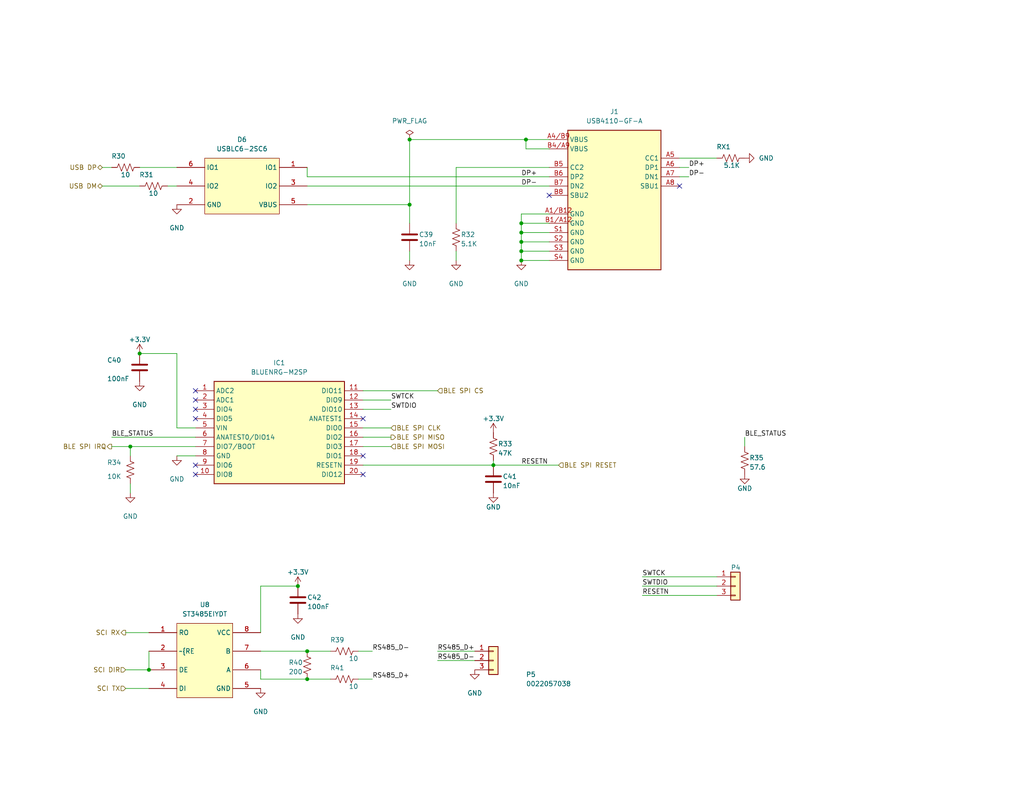
<source format=kicad_sch>
(kicad_sch (version 20231120) (generator "eeschema") (generator_version "8.0")
  (paper "A")
  (title_block (title "Advanced Motor Controller") (company "Electro Synthetics"))
  (lib_symbols
    (symbol "Connector_Generic:Conn_01x03" (pin_names (offset 1.016) hide)
      (property "Reference" "J" (at 0 5.08 0))
      (property "Value" "Conn_01x03" (at 0 -5.08 0))
      (symbol "Conn_01x03_1_1"
        (rectangle (start -1.27 -2.413) (end 0 -2.667) (stroke (width 0.1524)))
        (rectangle (start -1.27 0.127) (end 0 -0.127) (stroke (width 0.1524)))
        (rectangle (start -1.27 2.667) (end 0 2.413) (stroke (width 0.1524)))
        (rectangle (start -1.27 3.81) (end 1.27 -3.81) (stroke (width 0.254)) (fill (type background)))
        (pin passive line (at -5.08 2.54 0) (length 3.81) (name "Pin_1") (number "1"))
        (pin passive line (at -5.08 0 0) (length 3.81) (name "Pin_2") (number "2"))
        (pin passive line (at -5.08 -2.54 0) (length 3.81) (name "Pin_3") (number "3"))
      )
    )
    (symbol "Device:C" (pin_numbers hide) (pin_names (offset 0.254))
      (property "Reference" "C" (at 0.635 2.54 0))
      (property "Value" "C" (at 0.635 -2.54 0))
      (symbol "C_0_1"
        (polyline (pts (xy -2.032 -0.762) (xy 2.032 -0.762)) (stroke (width 0.508)))
        (polyline (pts (xy -2.032 0.762) (xy 2.032 0.762)) (stroke (width 0.508)))
      )
      (symbol "C_1_1"
        (pin passive line (at 0 3.81 270) (length 2.794) (name "~") (number "1"))
        (pin passive line (at 0 -3.81 90) (length 2.794) (name "~") (number "2"))
      )
    )
    (symbol "Device:R_US" (pin_numbers hide) (pin_names (offset 0))
      (property "Reference" "R" (at 2.54 0 90))
      (property "Value" "R_US" (at -2.54 0 90))
      (symbol "R_US_0_1"
        (polyline (pts (xy 0 -2.286) (xy 0 -2.54)))
        (polyline (pts (xy 0 2.286) (xy 0 2.54)))
        (polyline (pts (xy 0 -0.762) (xy 1.016 -1.143) (xy 0 -1.524) (xy -1.016 -1.905) (xy 0 -2.286)))
        (polyline (pts (xy 0 0.762) (xy 1.016 0.381) (xy 0 0) (xy -1.016 -0.381) (xy 0 -0.762)))
        (polyline (pts (xy 0 2.286) (xy 1.016 1.905) (xy 0 1.524) (xy -1.016 1.143) (xy 0 0.762)))
      )
      (symbol "R_US_1_1"
        (pin passive line (at 0 3.81 270) (length 1.27) (name "~") (number "1"))
        (pin passive line (at 0 -3.81 90) (length 1.27) (name "~") (number "2"))
      )
    )
    (symbol "User_Communications:BLUENRG-M2SP"
      (property "Reference" "U" (at 5.08 2.54 0))
      (property "Value" "BLUENRG-M2SP" (at 5.08 -27.94 0))
      (symbol "BLUENRG-M2SP_1_0"
        (rectangle (start 40.64 2.54) (end 5.08 -25.4) (stroke (width 0.254)) (fill (type background)))
        (pin passive line (at 0 0 0) (length 5.08) (name "ADC2") (number "1"))
        (pin passive line (at 0 -22.86 0) (length 5.08) (name "DIO8") (number "10"))
        (pin passive line (at 45.72 0 180) (length 5.08) (name "DIO11") (number "11"))
        (pin passive line (at 45.72 -2.54 180) (length 5.08) (name "DIO9") (number "12"))
        (pin passive line (at 45.72 -5.08 180) (length 5.08) (name "DIO10") (number "13"))
        (pin passive line (at 45.72 -7.62 180) (length 5.08) (name "ANATEST1") (number "14"))
        (pin passive line (at 45.72 -10.16 180) (length 5.08) (name "DIO0") (number "15"))
        (pin passive line (at 45.72 -12.7 180) (length 5.08) (name "DIO2") (number "16"))
        (pin passive line (at 45.72 -15.24 180) (length 5.08) (name "DIO3") (number "17"))
        (pin passive line (at 45.72 -17.78 180) (length 5.08) (name "DIO1") (number "18"))
        (pin passive line (at 45.72 -20.32 180) (length 5.08) (name "RESETN") (number "19"))
        (pin passive line (at 0 -2.54 0) (length 5.08) (name "ADC1") (number "2"))
        (pin passive line (at 45.72 -22.86 180) (length 5.08) (name "DIO12") (number "20"))
        (pin passive line (at 0 -5.08 0) (length 5.08) (name "DIO4") (number "3"))
        (pin passive line (at 0 -7.62 0) (length 5.08) (name "DIO5") (number "4"))
        (pin passive line (at 0 -10.16 0) (length 5.08) (name "VIN") (number "5"))
        (pin passive line (at 0 -12.7 0) (length 5.08) (name "ANATEST0/DIO14") (number "6"))
        (pin passive line (at 0 -15.24 0) (length 5.08) (name "DIO7/BOOT") (number "7"))
        (pin passive line (at 0 -17.78 0) (length 5.08) (name "GND") (number "8"))
        (pin passive line (at 0 -20.32 0) (length 5.08) (name "DIO6") (number "9"))
      )
    )
    (symbol "User_Communications:ST3485EIYDT"
      (property "Reference" "U" (at 0 20.32 0))
      (property "Value" "ST3485EIYDT" (at 0 -2.54 0))
      (symbol "ST3485EIYDT_1_0"
        (rectangle (start 15.24 20.32) (end 0 0) (fill (type background)))
        (pin passive line (at -7.62 17.78 0) (length 7.62) (name "RO") (number "1"))
        (pin passive line (at -7.62 12.7 0) (length 7.62) (name "~{RE") (number "2"))
        (pin passive line (at -7.62 7.62 0) (length 7.62) (name "DE") (number "3"))
        (pin passive line (at -7.62 2.54 0) (length 7.62) (name "DI") (number "4"))
        (pin passive line (at 22.86 2.54 180) (length 7.62) (name "GND") (number "5"))
        (pin passive line (at 22.86 7.62 180) (length 7.62) (name "A") (number "6"))
        (pin passive line (at 22.86 12.7 180) (length 7.62) (name "B") (number "7"))
        (pin passive line (at 22.86 17.78 180) (length 7.62) (name "VCC") (number "8"))
      )
    )
    (symbol "User_Communications:USBLC6-2SC6"
      (property "Reference" "D" (at -20.32 15.24 0))
      (property "Value" "USBLC6-2SC6" (at -20.32 -2.54 0))
      (symbol "USBLC6-2SC6_1_0"
        (rectangle (start 0 15.24) (end -20.32 0) (fill (type background)))
        (pin passive line (at 7.62 12.7 180) (length 7.62) (name "IO1") (number "1"))
        (pin passive line (at -27.94 2.54 0) (length 7.62) (name "GND") (number "2"))
        (pin passive line (at 7.62 7.62 180) (length 7.62) (name "IO2") (number "3"))
        (pin passive line (at -27.94 7.62 0) (length 7.62) (name "IO2") (number "4"))
        (pin passive line (at 7.62 2.54 180) (length 7.62) (name "VBUS") (number "5"))
        (pin passive line (at -27.94 12.7 0) (length 7.62) (name "IO1") (number "6"))
      )
    )
    (symbol "User_Connectors:USB4110-GF-A"
      (property "Reference" "J" (at -12.7 15.24 0))
      (property "Value" "USB4110-GF-A" (at -12.7 -25.4 0))
      (symbol "USB4110-GF-A_1_0"
        (rectangle (start 12.7 15.24) (end -12.7 -22.86) (stroke (width 0.254)) (fill (type background)))
        (pin power_in line (at -17.78 -7.62 0) (length 5.08) (name "GND") (number "A1/B12"))
        (pin power_in line (at -17.78 12.7 0) (length 5.08) (name "VBUS") (number "A4/B9"))
        (pin bidirectional line (at 17.78 7.62 180) (length 5.08) (name "CC1") (number "A5"))
        (pin bidirectional line (at 17.78 5.08 180) (length 5.08) (name "DP1") (number "A6"))
        (pin bidirectional line (at 17.78 2.54 180) (length 5.08) (name "DN1") (number "A7"))
        (pin bidirectional line (at 17.78 0 180) (length 5.08) (name "SBU1") (number "A8"))
        (pin power_in line (at -17.78 -10.16 0) (length 5.08) (name "GND") (number "B1/A12"))
        (pin power_in line (at -17.78 10.16 0) (length 5.08) (name "VBUS") (number "B4/A9"))
        (pin bidirectional line (at -17.78 5.08 0) (length 5.08) (name "CC2") (number "B5"))
        (pin bidirectional line (at -17.78 2.54 0) (length 5.08) (name "DP2") (number "B6"))
        (pin bidirectional line (at -17.78 0 0) (length 5.08) (name "DN2") (number "B7"))
        (pin bidirectional line (at -17.78 -2.54 0) (length 5.08) (name "SBU2") (number "B8"))
        (pin power_in line (at -17.78 -12.7 0) (length 5.08) (name "GND") (number "S1"))
        (pin power_in line (at -17.78 -15.24 0) (length 5.08) (name "GND") (number "S2"))
        (pin power_in line (at -17.78 -17.78 0) (length 5.08) (name "GND") (number "S3"))
        (pin power_in line (at -17.78 -20.32 0) (length 5.08) (name "GND") (number "S4"))
      )
    )
    (symbol "power:+3.3V" (power) (pin_names (offset 0))
      (property "Value" "+3.3V" (at 0 3.556 0))
      (symbol "+3.3V_0_1"
        (polyline (pts (xy -0.762 1.27) (xy 0 2.54)))
        (polyline (pts (xy 0 0) (xy 0 2.54)))
        (polyline (pts (xy 0 2.54) (xy 0.762 1.27)))
      )
      (symbol "+3.3V_1_1"
        (pin power_in line (at 0 0 90) (length 0) hide (name "+3.3V") (number "1"))
      )
    )
    (symbol "power:GND" (power) (pin_names (offset 0))
      (property "Value" "GND" (at 0 -3.81 0))
      (symbol "GND_0_1"
        (polyline (pts (xy 0 0) (xy 0 -1.27) (xy 1.27 -1.27) (xy 0 -2.54) (xy -1.27 -1.27) (xy 0 -1.27)))
      )
      (symbol "GND_1_1"
        (pin power_in line (at 0 0 270) (length 0) hide (name "GND") (number "1"))
      )
    )
    (symbol "power:PWR_FLAG" (power) (pin_numbers hide) (pin_names (offset 0) hide)
      (property "Value" "PWR_FLAG" (at 0 3.81 0))
      (symbol "PWR_FLAG_0_0"
        (pin power_out line (at 0 0 90) (length 0) (name "pwr") (number "1"))
      )
      (symbol "PWR_FLAG_0_1"
        (polyline (pts (xy 0 0) (xy 0 1.27) (xy -1.016 1.905) (xy 0 2.54) (xy 1.016 1.905) (xy 0 1.27)))
      )
    )
  )
  (junction (at 35.56 121.92))
  (junction (at 83.82 177.8))
  (junction (at 38.1 96.52))
  (junction (at 81.28 160.02))
  (junction (at 83.82 185.42))
  (junction (at 142.24 68.58))
  (junction (at 142.24 63.5))
  (junction (at 143.51 38.1))
  (junction (at 142.24 71.12))
  (junction (at 111.76 55.88))
  (junction (at 142.24 60.96))
  (junction (at 40.64 182.88))
  (junction (at 111.76 38.1))
  (junction (at 134.62 127))
  (junction (at 142.24 66.04))
  (no_connect (at 53.34 114.3))
  (no_connect (at 99.06 129.54))
  (no_connect (at 149.86 53.34))
  (no_connect (at 185.42 50.8))
  (no_connect (at 53.34 111.76))
  (no_connect (at 99.06 114.3))
  (no_connect (at 53.34 109.22))
  (no_connect (at 99.06 124.46))
  (no_connect (at 53.34 106.68))
  (no_connect (at 53.34 129.54))
  (no_connect (at 53.34 127))
  (wire (pts (xy 83.82 45.72) (xy 83.82 48.26)))
  (wire (pts (xy 34.29 182.88) (xy 40.64 182.88)))
  (wire (pts (xy 83.82 185.42) (xy 90.17 185.42)))
  (wire (pts (xy 111.76 55.88) (xy 111.76 60.96)))
  (wire (pts (xy 71.12 160.02) (xy 71.12 172.72)))
  (wire (pts (xy 134.62 127) (xy 152.4 127)))
  (wire (pts (xy 27.94 45.72) (xy 30.48 45.72)))
  (wire (pts (xy 38.1 45.72) (xy 48.26 45.72)))
  (wire (pts (xy 35.56 121.92) (xy 35.56 124.46)))
  (wire (pts (xy 38.1 96.52) (xy 48.26 96.52)))
  (wire (pts (xy 142.24 63.5) (xy 149.86 63.5)))
  (wire (pts (xy 142.24 58.42) (xy 142.24 60.96)))
  (wire (pts (xy 142.24 68.58) (xy 142.24 71.12)))
  (wire (pts (xy 45.72 50.8) (xy 48.26 50.8)))
  (wire (pts (xy 111.76 38.1) (xy 111.76 55.88)))
  (wire (pts (xy 99.06 106.68) (xy 119.38 106.68)))
  (wire (pts (xy 143.51 40.64) (xy 143.51 38.1)))
  (wire (pts (xy 185.42 45.72) (xy 187.96 45.72)))
  (wire (pts (xy 97.79 185.42) (xy 101.6 185.42)))
  (wire (pts (xy 175.26 160.02) (xy 195.58 160.02)))
  (wire (pts (xy 34.29 172.72) (xy 40.64 172.72)))
  (wire (pts (xy 71.12 185.42) (xy 71.12 182.88)))
  (wire (pts (xy 142.24 63.5) (xy 142.24 66.04)))
  (wire (pts (xy 99.06 127) (xy 134.62 127)))
  (wire (pts (xy 142.24 68.58) (xy 149.86 68.58)))
  (wire (pts (xy 83.82 177.8) (xy 90.17 177.8)))
  (wire (pts (xy 34.29 187.96) (xy 40.64 187.96)))
  (wire (pts (xy 119.38 177.8) (xy 129.54 177.8)))
  (wire (pts (xy 185.42 43.18) (xy 195.58 43.18)))
  (wire (pts (xy 81.28 160.02) (xy 71.12 160.02)))
  (wire (pts (xy 83.82 185.42) (xy 71.12 185.42)))
  (wire (pts (xy 99.06 119.38) (xy 106.68 119.38)))
  (wire (pts (xy 142.24 58.42) (xy 149.86 58.42)))
  (wire (pts (xy 83.82 48.26) (xy 149.86 48.26)))
  (wire (pts (xy 185.42 48.26) (xy 187.96 48.26)))
  (wire (pts (xy 53.34 116.84) (xy 48.26 116.84)))
  (wire (pts (xy 142.24 60.96) (xy 149.86 60.96)))
  (wire (pts (xy 99.06 116.84) (xy 106.68 116.84)))
  (wire (pts (xy 30.48 121.92) (xy 35.56 121.92)))
  (wire (pts (xy 99.06 111.76) (xy 106.68 111.76)))
  (wire (pts (xy 97.79 177.8) (xy 101.6 177.8)))
  (wire (pts (xy 35.56 132.08) (xy 35.56 134.62)))
  (wire (pts (xy 175.26 157.48) (xy 195.58 157.48)))
  (wire (pts (xy 142.24 66.04) (xy 149.86 66.04)))
  (wire (pts (xy 203.2 119.38) (xy 203.2 121.92)))
  (wire (pts (xy 48.26 116.84) (xy 48.26 96.52)))
  (wire (pts (xy 111.76 38.1) (xy 143.51 38.1)))
  (wire (pts (xy 142.24 71.12) (xy 149.86 71.12)))
  (wire (pts (xy 143.51 38.1) (xy 149.86 38.1)))
  (wire (pts (xy 35.56 121.92) (xy 53.34 121.92)))
  (wire (pts (xy 175.26 162.56) (xy 195.58 162.56)))
  (wire (pts (xy 142.24 66.04) (xy 142.24 68.58)))
  (wire (pts (xy 83.82 55.88) (xy 111.76 55.88)))
  (wire (pts (xy 124.46 68.58) (xy 124.46 71.12)))
  (wire (pts (xy 99.06 121.92) (xy 106.68 121.92)))
  (wire (pts (xy 142.24 60.96) (xy 142.24 63.5)))
  (wire (pts (xy 99.06 109.22) (xy 106.68 109.22)))
  (wire (pts (xy 27.94 50.8) (xy 38.1 50.8)))
  (wire (pts (xy 134.62 125.73) (xy 134.62 127)))
  (wire (pts (xy 149.86 40.64) (xy 143.51 40.64)))
  (wire (pts (xy 83.82 50.8) (xy 149.86 50.8)))
  (wire (pts (xy 124.46 45.72) (xy 124.46 60.96)))
  (wire (pts (xy 30.48 119.38) (xy 53.34 119.38)))
  (wire (pts (xy 111.76 68.58) (xy 111.76 71.12)))
  (wire (pts (xy 48.26 124.46) (xy 53.34 124.46)))
  (wire (pts (xy 124.46 45.72) (xy 149.86 45.72)))
  (wire (pts (xy 71.12 177.8) (xy 83.82 177.8)))
  (wire (pts (xy 119.38 180.34) (xy 129.54 180.34)))
  (wire (pts (xy 40.64 177.8) (xy 40.64 182.88)))
  (label "SWTCK" (at 106.68 109.22 0))
  (label "SWTDIO" (at 175.26 160.02 0))
  (label "RS485_D+" (at 119.38 177.8 0))
  (label "RS485_D-" (at 101.6 177.8 0))
  (label "BLE_STATUS" (at 203.2 119.38 0))
  (label "DP+" (at 142.24 48.26 0))
  (label "DP+" (at 187.96 45.72 0))
  (label "BLE_STATUS" (at 30.48 119.38 0))
  (label "SWTDIO" (at 106.68 111.76 0))
  (label "DP-" (at 142.24 50.8 0))
  (label "RESETN" (at 142.24 127 0))
  (label "RS485_D-" (at 119.38 180.34 0))
  (label "RESETN" (at 175.26 162.56 0))
  (label "SWTCK" (at 175.26 157.48 0))
  (label "RS485_D+" (at 101.6 185.42 0))
  (label "DP-" (at 187.96 48.26 0))
  (hierarchical_label "BLE SPI CLK" (shape input) (at 106.68 116.84 0))
  (hierarchical_label "USB DM" (shape bidirectional) (at 27.94 50.8 180))
  (hierarchical_label "BLE SPI CS" (shape input) (at 119.38 106.68 0))
  (hierarchical_label "BLE SPI IRQ" (shape output) (at 30.48 121.92 180))
  (hierarchical_label "SCI TX" (shape input) (at 34.29 187.96 180))
  (hierarchical_label "BLE SPI MISO" (shape output) (at 106.68 119.38 0))
  (hierarchical_label "BLE SPI RESET" (shape input) (at 152.4 127 0))
  (hierarchical_label "USB DP" (shape bidirectional) (at 27.94 45.72 180))
  (hierarchical_label "SCI DIR" (shape input) (at 34.29 182.88 180))
  (hierarchical_label "BLE SPI MOSI" (shape input) (at 106.68 121.92 0))
  (hierarchical_label "SCI RX" (shape output) (at 34.29 172.72 180))
  (symbol (lib_id "Device:C") (at 81.28 163.83 0) (unit 1)
    (property "Reference" "C42" (at 83.82 163.83 0) (effects (justify left bottom)))
    (property "Value" "100nF" (at 83.82 166.37 0) (effects (justify left bottom)))
    (property "Footprint" "Capacitor_SMD:C_0603_1608Metric" (effects (hide yes)))
    (property "Manufacturer" "AVX Corporation" (effects (hide yes)))
    (property "Manufacturer Part Number" "06035G104ZAT2A" (effects (hide yes)))
    (property "Supplier 1" "Digi-Key" (effects (hide yes)))
    (property "Supplier Part Number 1" "478-3724-1-ND" (effects (hide yes)))
  )
  (symbol (lib_id "power:GND") (at 81.28 167.64 0) (unit 1)
    (property "Reference" "#PWR0204" (effects (hide yes)))
    (property "Value" "GND" (at 81.28 173.99 0))
  )
  (symbol (lib_id "User_Communications:USBLC6-2SC6") (at 76.2 58.42 0) (unit 1)
    (property "Reference" "D6" (at 66.04 38.1 0))
    (property "Value" "USBLC6-2SC6" (at 66.04 40.64 0))
    (property "Footprint" "Package_TO_SOT_SMD:SOT-23-6" (effects (hide yes)))
    (property "Datasheet" "https://www.st.com/content/ccc/resource/technical/document/datasheet/06/1d/48/9c/6c/20/4a/b2/CD00050750.pdf/files/CD00050750.pdf/jcr:content/translations/en.CD00050750.pdf" (effects (hide yes)))
    (property "Supplier 1" "Digi-Key" (effects (hide yes)))
    (property "Supplier Part Number 1" "497-5235-1-ND" (effects (hide yes)))
    (property "Manufacturer" "STMicroelectronics" (effects (hide yes)))
    (property "Manufacturer Part Number" "USBLC6-2SC6" (effects (hide yes)))
  )
  (symbol (lib_id "power:GND") (at 48.26 55.88 0) (unit 1)
    (property "Reference" "#PWR0189" (effects (hide yes)))
    (property "Value" "GND" (at 48.26 62.23 0))
  )
  (symbol (lib_id "power:GND") (at 142.24 71.12 0) (unit 1)
    (property "Reference" "#PWR0200" (effects (hide yes)))
    (property "Value" "GND" (at 142.24 77.47 0))
  )
  (symbol (lib_id "power:GND") (at 38.1 104.14 0) (unit 1)
    (property "Reference" "#PWR0191" (effects (hide yes)))
    (property "Value" "GND" (at 38.1 110.49 0))
  )
  (symbol (lib_id "User_Connectors:USB4110-GF-A") (at 167.64 50.8 0) (unit 1)
    (property "Reference" "J1" (at 167.64 30.48 0))
    (property "Value" "USB4110-GF-A" (at 167.64 33.02 0))
    (property "Footprint" "User_Connectors:USB-C Type 2.0 Connector" (effects (hide yes)))
    (property "Datasheet" "https://gct.co/files/drawings/usb4110.pdf" (effects (hide yes)))
    (property "Manufacturer" "GCT" (effects (hide yes)))
    (property "Manufacturer Part Number" "USB4110-GF-A" (effects (hide yes)))
    (property "Supplier 1" "Digi-Key" (effects (hide yes)))
    (property "Supplier Part Number 1" "2073-USB4110-GF-A-1-ND" (effects (hide yes)))
  )
  (symbol (lib_id "power:GND") (at 111.76 71.12 0) (unit 1)
    (property "Reference" "#PWR0199" (effects (hide yes)))
    (property "Value" "GND" (at 111.76 77.47 0))
  )
  (symbol (lib_id "Device:R_US") (at 203.2 125.73 0) (unit 1)
    (property "Reference" "R35" (at 204.47 125.73 0) (effects (justify left bottom)))
    (property "Value" "57.6" (at 204.47 128.27 0) (effects (justify left bottom)))
    (property "Footprint" "Resistor_SMD:R_0805_2012Metric" (effects (hide yes)))
    (property "Manufacturer" "Susumu" (effects (hide yes)))
    (property "Manufacturer Part Number" "RR1220P-103-D" (effects (hide yes)))
    (property "Supplier 1" "Digi-Key" (effects (hide yes)))
    (property "Supplier Part Number 1" "541-57.6CCT-ND" (effects (hide yes)))
  )
  (symbol (lib_id "Device:R_US") (at 83.82 181.61 0) (unit 1)
    (property "Reference" "R40" (at 78.74 181.61 0) (effects (justify left bottom)))
    (property "Value" "200" (at 78.74 184.15 0) (effects (justify left bottom)))
    (property "Footprint" "Resistor_SMD:R_0603_1608Metric" (effects (hide yes)))
    (property "Manufacturer" "Panasonic Electronic Components" (effects (hide yes)))
    (property "Manufacturer Part Number" "ERA-3AEB201V" (effects (hide yes)))
    (property "Supplier 1" "Digi-Key" (effects (hide yes)))
    (property "Supplier Part Number 1" "P200DBCT-ND" (effects (hide yes)))
  )
  (symbol (lib_id "Device:C") (at 38.1 100.33 0) (unit 1)
    (property "Reference" "C40" (at 29.21 99.06 0) (effects (justify left bottom)))
    (property "Value" "100nF" (at 29.21 104.14 0) (effects (justify left bottom)))
    (property "Footprint" "Capacitor_SMD:C_0603_1608Metric" (effects (hide yes)))
    (property "Manufacturer" "AVX Corporation" (effects (hide yes)))
    (property "Manufacturer Part Number" "06035G104ZAT2A" (effects (hide yes)))
    (property "Supplier 1" "Digi-Key" (effects (hide yes)))
    (property "Supplier Part Number 1" "478-3724-1-ND" (effects (hide yes)))
  )
  (symbol (lib_id "Device:R_US") (at 34.29 45.72 90) (unit 1)
    (property "Reference" "R30" (at 34.29 41.91 90) (effects (justify left bottom)))
    (property "Value" "10" (at 35.56 46.99 90) (effects (justify left bottom)))
    (property "Footprint" "Resistor_SMD:R_0603_1608Metric" (effects (hide yes)))
    (property "Manufacturer" "Vishay Dale" (effects (hide yes)))
    (property "Manufacturer Part Number" "CRCW060310R0JNEAC" (effects (hide yes)))
    (property "Supplier 1" "Digi-Key" (effects (hide yes)))
    (property "Supplier Part Number 1" "541-4057-1-ND" (effects (hide yes)))
  )
  (symbol (lib_id "Device:R_US") (at 93.98 185.42 90) (unit 1)
    (property "Reference" "R41" (at 93.98 181.61 90) (effects (justify left bottom)))
    (property "Value" "10" (at 97.79 186.69 90) (effects (justify left bottom)))
    (property "Footprint" "Resistor_SMD:R_0603_1608Metric" (effects (hide yes)))
    (property "Manufacturer" "Vishay Dale" (effects (hide yes)))
    (property "Manufacturer Part Number" "CRCW060310R0JNEAC" (effects (hide yes)))
    (property "Supplier 1" "Digi-Key" (effects (hide yes)))
    (property "Supplier Part Number 1" "541-4057-1-ND" (effects (hide yes)))
  )
  (symbol (lib_id "power:GND") (at 124.46 71.12 0) (unit 1)
    (property "Reference" "#PWR0201" (effects (hide yes)))
    (property "Value" "GND" (at 124.46 77.47 0))
  )
  (symbol (lib_id "Device:C") (at 134.62 130.81 0) (unit 1)
    (property "Reference" "C41" (at 137.16 130.81 0) (effects (justify left bottom)))
    (property "Value" "10nF" (at 137.16 133.35 0) (effects (justify left bottom)))
    (property "Footprint" "Capacitor_SMD:C_0603_1608Metric" (effects (hide yes)))
    (property "Manufacturer" "Samsung Electro-Mechanics" (effects (hide yes)))
    (property "Manufacturer Part Number" "CL10B103KB8NCNC" (effects (hide yes)))
    (property "Supplier 1" "Digi-Key" (effects (hide yes)))
    (property "Supplier Part Number 1" "1276-1921-1-ND" (effects (hide yes)))
  )
  (symbol (lib_id "power:+3.3V") (at 81.28 160.02 0) (unit 1)
    (property "Reference" "#PWR0202" (effects (hide yes)))
    (property "Value" "+3.3V" (at 81.28 156.21 0))
  )
  (symbol (lib_id "Device:R_US") (at 134.62 121.92 0) (unit 1)
    (property "Reference" "R33" (at 135.89 121.92 0) (effects (justify left bottom)))
    (property "Value" "47K" (at 135.89 124.46 0) (effects (justify left bottom)))
    (property "Footprint" "Resistor_SMD:R_0603_1608Metric" (effects (hide yes)))
    (property "Manufacturer" "Yageo" (effects (hide yes)))
    (property "Manufacturer Part Number" "RT0603FRD0747KL" (effects (hide yes)))
    (property "Supplier 1" "Digi-Key" (effects (hide yes)))
    (property "Supplier Part Number 1" "13-RT0603FRD0747KLCT-ND" (effects (hide yes)))
  )
  (symbol (lib_id "power:GND") (at 203.2 129.54 0) (unit 1)
    (property "Reference" "#PWR0195" (effects (hide yes)))
    (property "Value" "GND" (at 203.2 133.35 0))
  )
  (symbol (lib_id "power:GND") (at 48.26 124.46 0) (unit 1)
    (property "Reference" "#PWR0193" (effects (hide yes)))
    (property "Value" "GND" (at 48.26 130.81 0))
  )
  (symbol (lib_id "Device:R_US") (at 35.56 128.27 0) (unit 1)
    (property "Reference" "R34" (at 29.21 127 0) (effects (justify left bottom)))
    (property "Value" "10K" (at 29.21 130.81 0) (effects (justify left bottom)))
    (property "Footprint" "Resistor_SMD:R_0805_2012Metric" (effects (hide yes)))
    (property "Manufacturer" "Susumu" (effects (hide yes)))
    (property "Manufacturer Part Number" "RR1220P-103-D" (effects (hide yes)))
    (property "Supplier 1" "Digi-Key" (effects (hide yes)))
    (property "Supplier Part Number 1" "RR12P10.0KDCT-ND" (effects (hide yes)))
  )
  (symbol (lib_id "User_Communications:BLUENRG-M2SP") (at 53.34 106.68 0) (unit 1)
    (property "Reference" "IC1" (at 76.2 99.06 0))
    (property "Value" "BLUENRG-M2SP" (at 76.2 101.6 0))
    (property "Footprint" "User_IC:BLUENRGM2SP" (effects (hide yes)))
    (property "Datasheet" "https://www.st.com/content/ccc/resource/sales_and_marketing/promotional_material/flyer/group0/b7/4e/b5/79/15/6d/46/23/BlueNRG_2_BlueNRG_2N_Flyer/files/FLBNRG0720.pdf/jcr:content/translations/en.FLBNRG0720.pdf" (effects (hide yes)))
    (property "Manufacturer" "STMicroelectronics" (effects (hide yes)))
    (property "Manufacturer Part Number" "BLUENRG-M2SP" (effects (hide yes)))
    (property "Supplier 1" "Digi-Key" (effects (hide yes)))
    (property "Supplier Part Number 1" "497-BLUENRG-M2SPCT-ND" (effects (hide yes)))
  )
  (symbol (lib_id "Device:R_US") (at 124.46 64.77 0) (unit 1)
    (property "Reference" "R32" (at 125.73 64.77 0) (effects (justify left bottom)))
    (property "Value" "5.1K" (at 125.73 67.31 0) (effects (justify left bottom)))
    (property "Footprint" "Resistor_SMD:R_0603_1608Metric" (effects (hide yes)))
    (property "Manufacturer" "Stackpole Electronics Inc" (effects (hide yes)))
    (property "Manufacturer Part Number" "RMCF0603FT5K10" (effects (hide yes)))
    (property "Supplier 1" "Digi-Key" (effects (hide yes)))
    (property "Supplier Part Number 1" "RMCF0603FT5K10CT-ND" (effects (hide yes)))
  )
  (symbol (lib_id "Device:R_US") (at 93.98 177.8 90) (unit 1)
    (property "Reference" "R39" (at 93.98 173.99 90) (effects (justify left bottom)))
    (property "Value" "10" (at 97.79 179.07 90) (effects (justify left bottom)))
    (property "Footprint" "Resistor_SMD:R_0603_1608Metric" (effects (hide yes)))
    (property "Manufacturer" "Vishay Dale" (effects (hide yes)))
    (property "Manufacturer Part Number" "CRCW060310R0JNEAC" (effects (hide yes)))
    (property "Supplier 1" "Digi-Key" (effects (hide yes)))
    (property "Supplier Part Number 1" "541-4057-1-ND" (effects (hide yes)))
  )
  (symbol (lib_id "power:GND") (at 203.2 43.18 90) (unit 1)
    (property "Reference" "#PWR0198" (effects (hide yes)))
    (property "Value" "GND" (at 207.01 43.18 90) (effects (justify right)))
  )
  (symbol (lib_id "Device:R_US") (at 41.91 50.8 90) (unit 1)
    (property "Reference" "R31" (at 41.91 46.99 90) (effects (justify left bottom)))
    (property "Value" "10" (at 43.18 52.07 90) (effects (justify left bottom)))
    (property "Footprint" "Resistor_SMD:R_0603_1608Metric" (effects (hide yes)))
    (property "Manufacturer" "Vishay Dale" (effects (hide yes)))
    (property "Manufacturer Part Number" "CRCW060310R0JNEAC" (effects (hide yes)))
    (property "Supplier 1" "Digi-Key" (effects (hide yes)))
    (property "Supplier Part Number 1" "541-4057-1-ND" (effects (hide yes)))
  )
  (symbol (lib_id "Device:R_US") (at 199.39 43.18 90) (unit 1)
    (property "Reference" "RX1" (at 199.39 39.37 90) (effects (justify left bottom)))
    (property "Value" "5.1K" (at 201.93 44.45 90) (effects (justify left bottom)))
    (property "Footprint" "Resistor_SMD:R_0603_1608Metric" (effects (hide yes)))
    (property "Manufacturer" "Stackpole Electronics Inc" (effects (hide yes)))
    (property "Manufacturer Part Number" "RMCF0603FT5K10" (effects (hide yes)))
    (property "Supplier 1" "Digi-Key" (effects (hide yes)))
    (property "Supplier Part Number 1" "RMCF0603FT5K10CT-ND" (effects (hide yes)))
  )
  (symbol (lib_id "power:GND") (at 129.54 182.88 0) (unit 1)
    (property "Reference" "#PWR0203" (effects (hide yes)))
    (property "Value" "GND" (at 129.54 189.23 0))
  )
  (symbol (lib_id "power:GND") (at 35.56 134.62 0) (unit 1)
    (property "Reference" "#PWR0194" (effects (hide yes)))
    (property "Value" "GND" (at 35.56 140.97 0))
  )
  (symbol (lib_id "Connector_Generic:Conn_01x03") (at 200.66 160.02 0) (unit 1)
    (property "Reference" "P4" (at 199.39 154.94 0) (effects (justify left)))
    (property "Value" "0022057038" (effects (hide yes)))
    (property "Footprint" "Connector_PinHeader_2.54mm:PinHeader_1x03_P2.54mm_Vertical" (effects (hide yes)))
    (property "Manufacturer" "Molex" (effects (hide yes)))
    (property "Manufacturer Part Number" "0022057038" (effects (hide yes)))
    (property "Supplier 1" "Digi-Key" (effects (hide yes)))
    (property "Supplier Part Number 1" "WM2785-ND" (effects (hide yes)))
  )
  (symbol (lib_id "power:GND") (at 134.62 134.62 0) (unit 1)
    (property "Reference" "#PWR0197" (effects (hide yes)))
    (property "Value" "GND" (at 134.62 138.43 0))
  )
  (symbol (lib_id "Device:C") (at 111.76 64.77 0) (unit 1)
    (property "Reference" "C39" (at 114.3 64.77 0) (effects (justify left bottom)))
    (property "Value" "10nF" (at 114.3 67.31 0) (effects (justify left bottom)))
    (property "Footprint" "Capacitor_SMD:C_0603_1608Metric" (effects (hide yes)))
    (property "Manufacturer" "Samsung Electro-Mechanics" (effects (hide yes)))
    (property "Manufacturer Part Number" "CL10B103KB8NCNC" (effects (hide yes)))
    (property "Supplier 1" "Digi-Key" (effects (hide yes)))
    (property "Supplier Part Number 1" "1276-1921-1-ND" (effects (hide yes)))
  )
  (symbol (lib_id "power:GND") (at 71.12 187.96 0) (unit 1)
    (property "Reference" "#PWR0190" (effects (hide yes)))
    (property "Value" "GND" (at 71.12 194.31 0))
  )
  (symbol (lib_id "power:+3.3V") (at 134.62 118.11 0) (unit 1)
    (property "Reference" "#PWR0196" (effects (hide yes)))
    (property "Value" "+3.3V" (at 134.62 114.3 0))
  )
  (symbol (lib_id "power:+3.3V") (at 38.1 96.52 0) (unit 1)
    (property "Reference" "#PWR0192" (effects (hide yes)))
    (property "Value" "+3.3V" (at 38.1 92.71 0))
  )
  (symbol (lib_id "power:PWR_FLAG") (at 111.76 38.1 0) (unit 1)
    (property "Reference" "#FLG0108" (effects (hide yes)))
    (property "Value" "PWR_FLAG" (at 111.76 33.02 0))
  )
  (symbol (lib_id "Connector_Generic:Conn_01x03") (at 134.62 180.34 0) (unit 1)
    (property "Reference" "P5" (at 143.51 184.1499 0) (effects (justify left)))
    (property "Value" "0022057038" (at 143.51 186.6899 0) (effects (justify left)))
    (property "Footprint" "User_Connectors:MOLEX RIGHT ANGLE HDR1X3" (effects (hide yes)))
    (property "Manufacturer" "Molex" (effects (hide yes)))
    (property "Manufacturer Part Number" "0022057038" (effects (hide yes)))
    (property "Supplier 1" "Digi-Key" (effects (hide yes)))
    (property "Supplier Part Number 1" "WM2785-ND" (effects (hide yes)))
  )
  (symbol (lib_id "User_Communications:ST3485EIYDT") (at 48.26 190.5 0) (unit 1)
    (property "Reference" "U8" (at 55.88 165.1 0))
    (property "Value" "ST3485EIYDT" (at 55.88 167.64 0))
    (property "Footprint" "Package_SO:SO-8_3.9x4.9mm_P1.27mm" (effects (hide yes)))
    (property "Datasheet" "https://www.st.com/content/ccc/resource/technical/document/datasheet/be/f4/e5/fd/b0/df/40/72/CD00003137.pdf/files/CD00003137.pdf/jcr:content/translations/en.CD00003137.pdf" (effects (hide yes)))
    (property "Supplier 1" "Digi-Key" (effects (hide yes)))
    (property "Supplier Part Number 1" "497-16528-1-ND" (effects (hide yes)))
    (property "Manufacturer" "STMicroelectronics" (effects (hide yes)))
    (property "Manufacturer Part Number" "ST3485EIYDT" (effects (hide yes)))
  )
)
</source>
